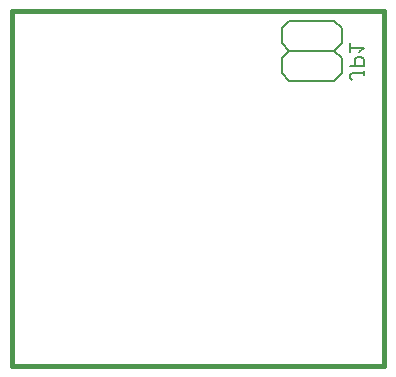
<source format=gbo>
G75*
%MOIN*%
%OFA0B0*%
%FSLAX25Y25*%
%IPPOS*%
%LPD*%
%AMOC8*
5,1,8,0,0,1.08239X$1,22.5*
%
%ADD10C,0.01600*%
%ADD11C,0.00600*%
%ADD12C,0.00500*%
D10*
X0008250Y0001800D02*
X0008250Y0119910D01*
X0132266Y0119910D01*
X0132266Y0001800D01*
X0008250Y0001800D01*
D11*
X0100750Y0096800D02*
X0115750Y0096800D01*
X0118250Y0099300D01*
X0118250Y0104300D01*
X0115750Y0106800D01*
X0100750Y0106800D01*
X0098250Y0109300D01*
X0098250Y0114300D01*
X0100750Y0116800D01*
X0115750Y0116800D01*
X0118250Y0114300D01*
X0118250Y0109300D01*
X0115750Y0106800D01*
X0100750Y0106800D02*
X0098250Y0104300D01*
X0098250Y0099300D01*
X0100750Y0096800D01*
D12*
X0121000Y0097801D02*
X0121000Y0098551D01*
X0121751Y0099302D01*
X0125504Y0099302D01*
X0125504Y0098551D02*
X0125504Y0100053D01*
X0125504Y0101654D02*
X0125504Y0103906D01*
X0124753Y0104656D01*
X0123252Y0104656D01*
X0122501Y0103906D01*
X0122501Y0101654D01*
X0121000Y0101654D02*
X0125504Y0101654D01*
X0121000Y0097801D02*
X0121751Y0097050D01*
X0121000Y0106258D02*
X0121000Y0109260D01*
X0121000Y0107759D02*
X0125504Y0107759D01*
X0124003Y0106258D01*
M02*

</source>
